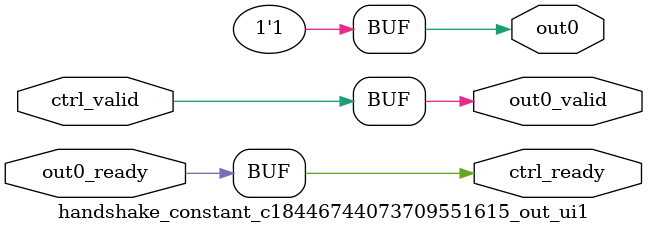
<source format=sv>
module handshake_constant_c18446744073709551615_out_ui1(
  // input  /*Zero Width*/ ctrl,
     input                 ctrl_valid,
                           out0_ready,
     output                ctrl_ready,
                           out0,
                           out0_valid
);

  assign ctrl_ready = out0_ready;
  assign out0 = 1'h1;
  assign out0_valid = ctrl_valid;
endmodule


</source>
